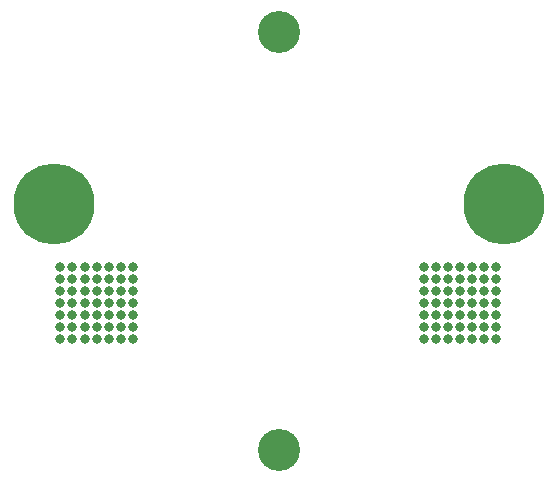
<source format=gbs>
%FSLAX34Y34*%
G04 Gerber Fmt 3.4, Leading zero omitted, Abs format*
G04 (created by PCBNEW (2014-jan-25)-product) date Wed 23 Sep 2015 02:14:26 PM EDT*
%MOIN*%
G01*
G70*
G90*
G04 APERTURE LIST*
%ADD10C,0.005906*%
%ADD11C,0.032000*%
%ADD12C,0.140000*%
%ADD13C,0.270000*%
G04 APERTURE END LIST*
G54D10*
G54D11*
X33133Y-23403D03*
X33133Y-22203D03*
X33133Y-22603D03*
X33133Y-23003D03*
X33133Y-21803D03*
X33133Y-21403D03*
X33133Y-21003D03*
X32731Y-21000D03*
X32731Y-21400D03*
X32731Y-21800D03*
X32731Y-23000D03*
X32731Y-22600D03*
X32731Y-22200D03*
X32731Y-23400D03*
X30730Y-23400D03*
X32330Y-23400D03*
X31130Y-23400D03*
X31930Y-23400D03*
X31530Y-23400D03*
X30730Y-22200D03*
X32330Y-22200D03*
X31130Y-22200D03*
X31930Y-22200D03*
X31530Y-22200D03*
X31530Y-22600D03*
X31930Y-22600D03*
X31130Y-22600D03*
X32330Y-22600D03*
X30730Y-22600D03*
X31530Y-23000D03*
X31930Y-23000D03*
X31130Y-23000D03*
X32330Y-23000D03*
X30730Y-23000D03*
X30730Y-21800D03*
X32330Y-21800D03*
X31130Y-21800D03*
X31930Y-21800D03*
X31530Y-21800D03*
X30730Y-21400D03*
X32330Y-21400D03*
X31130Y-21400D03*
X31930Y-21400D03*
X31530Y-21400D03*
X31530Y-21000D03*
X31930Y-21000D03*
X31130Y-21000D03*
X32330Y-21000D03*
X30730Y-21000D03*
X18617Y-21000D03*
X18617Y-22200D03*
X18617Y-21800D03*
X18617Y-21400D03*
X18617Y-22600D03*
X18617Y-23000D03*
X18617Y-23400D03*
X19023Y-23400D03*
X19023Y-23000D03*
X19023Y-22600D03*
X19023Y-21400D03*
X19023Y-21800D03*
X19023Y-22200D03*
X19023Y-21000D03*
X21025Y-21000D03*
X19425Y-21000D03*
X20625Y-21000D03*
X19825Y-21000D03*
X20225Y-21000D03*
X21025Y-22200D03*
X19425Y-22200D03*
X20625Y-22200D03*
X19825Y-22200D03*
X20225Y-22200D03*
X20225Y-21800D03*
X19825Y-21800D03*
X20625Y-21800D03*
X19425Y-21800D03*
X21025Y-21800D03*
X20225Y-21400D03*
X19825Y-21400D03*
X20625Y-21400D03*
X19425Y-21400D03*
X21025Y-21400D03*
X21025Y-22600D03*
X19425Y-22600D03*
X20625Y-22600D03*
X19825Y-22600D03*
X20225Y-22600D03*
X21025Y-23000D03*
X19425Y-23000D03*
X20625Y-23000D03*
X19825Y-23000D03*
X20225Y-23000D03*
X20225Y-23400D03*
X19825Y-23400D03*
X20625Y-23400D03*
X19425Y-23400D03*
X21025Y-23400D03*
G54D12*
X25905Y-13185D03*
G54D13*
X33400Y-18900D03*
X18400Y-18900D03*
G54D12*
X25905Y-27120D03*
M02*

</source>
